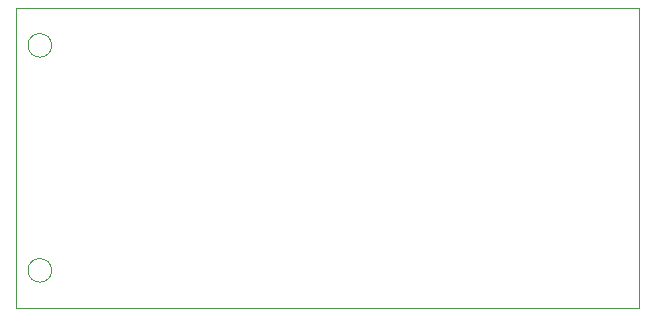
<source format=gbr>
%TF.GenerationSoftware,KiCad,Pcbnew,9.0.2*%
%TF.CreationDate,2025-05-27T11:43:51-07:00*%
%TF.ProjectId,8_6mSiPMs,385f366d-5369-4504-9d73-2e6b69636164,rev?*%
%TF.SameCoordinates,Original*%
%TF.FileFunction,Profile,NP*%
%FSLAX46Y46*%
G04 Gerber Fmt 4.6, Leading zero omitted, Abs format (unit mm)*
G04 Created by KiCad (PCBNEW 9.0.2) date 2025-05-27 11:43:51*
%MOMM*%
%LPD*%
G01*
G04 APERTURE LIST*
%TA.AperFunction,Profile*%
%ADD10C,0.100000*%
%TD*%
G04 APERTURE END LIST*
D10*
X159000000Y-120300000D02*
X171700000Y-120300000D01*
X159000000Y-94900000D02*
X171700000Y-94900000D01*
X159000000Y-94900000D02*
X119000000Y-94900000D01*
X122000000Y-98075000D02*
G75*
G02*
X120000000Y-98075000I-1000000J0D01*
G01*
X120000000Y-98075000D02*
G75*
G02*
X122000000Y-98075000I1000000J0D01*
G01*
X122000000Y-117125000D02*
G75*
G02*
X120000000Y-117125000I-1000000J0D01*
G01*
X120000000Y-117125000D02*
G75*
G02*
X122000000Y-117125000I1000000J0D01*
G01*
X159000000Y-120300000D02*
X119000000Y-120300000D01*
X119000000Y-94900000D02*
X119000000Y-120300000D01*
X171700000Y-94900000D02*
X171700000Y-120300000D01*
X160500000Y-94900000D02*
X160500000Y-94900000D01*
M02*

</source>
